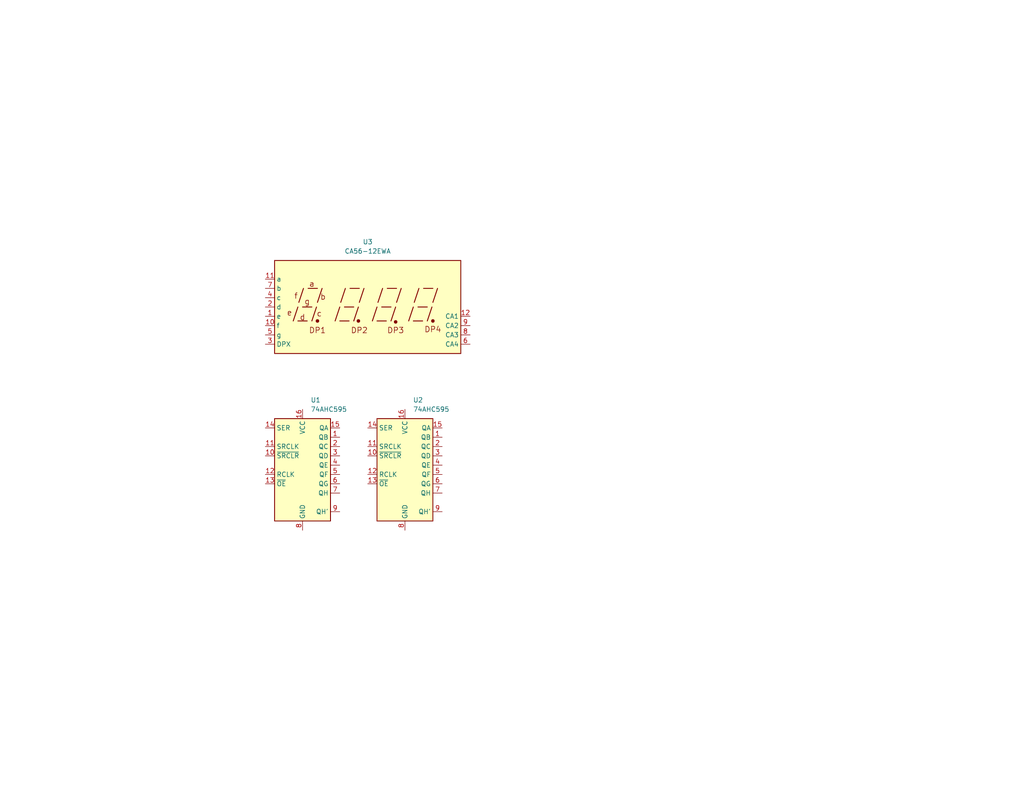
<source format=kicad_sch>
(kicad_sch (version 20231120) (generator "eeschema") (generator_version "8.0")
  (paper "USLetter")
  (title_block (title "Outside Display") (date "2025-02-01") (rev "A"))
  (lib_symbols
    (symbol "74xx:74AHC595"
      (property "Reference" "U" (at -7.62 13.97 0))
      (property "Value" "74AHC595" (at -7.62 -16.51 0))
      (symbol "74AHC595_1_0"
        (pin tri_state line (at 10.16 7.62 180) (length 2.54) (name "QB") (number "1"))
        (pin input line (at -10.16 2.54 0) (length 2.54) (name "~{SRCLR}") (number "10"))
        (pin input line (at -10.16 5.08 0) (length 2.54) (name "SRCLK") (number "11"))
        (pin input line (at -10.16 -2.54 0) (length 2.54) (name "RCLK") (number "12"))
        (pin input line (at -10.16 -5.08 0) (length 2.54) (name "~{OE}") (number "13"))
        (pin input line (at -10.16 10.16 0) (length 2.54) (name "SER") (number "14"))
        (pin tri_state line (at 10.16 10.16 180) (length 2.54) (name "QA") (number "15"))
        (pin power_in line (at 0 15.24 270) (length 2.54) (name "VCC") (number "16"))
        (pin tri_state line (at 10.16 5.08 180) (length 2.54) (name "QC") (number "2"))
        (pin tri_state line (at 10.16 2.54 180) (length 2.54) (name "QD") (number "3"))
        (pin tri_state line (at 10.16 0 180) (length 2.54) (name "QE") (number "4"))
        (pin tri_state line (at 10.16 -2.54 180) (length 2.54) (name "QF") (number "5"))
        (pin tri_state line (at 10.16 -5.08 180) (length 2.54) (name "QG") (number "6"))
        (pin tri_state line (at 10.16 -7.62 180) (length 2.54) (name "QH") (number "7"))
        (pin power_in line (at 0 -17.78 90) (length 2.54) (name "GND") (number "8"))
        (pin output line (at 10.16 -12.7 180) (length 2.54) (name "QH'") (number "9"))
      )
      (symbol "74AHC595_1_1"
        (rectangle (start -7.62 12.7) (end 7.62 -15.24) (stroke (width 0.254)) (fill (type background)))
      )
    )
    (symbol "Display_Character:CA56-12EWA"
      (property "Reference" "U" (at -24.13 13.97 0))
      (property "Value" "CA56-12EWA" (at 19.05 13.97 0))
      (symbol "CA56-12EWA_0_0"
        (rectangle (start -25.4 12.7) (end 25.4 -12.7) (stroke (width 0.254)) (fill (type background)))
        (polyline (pts (xy -20.32 -3.81) (xy -19.05 0)) (stroke (width 0.254)))
        (polyline (pts (xy -19.05 -3.81) (xy -16.51 -3.81)) (stroke (width 0.254)))
        (polyline (pts (xy -18.796 1.27) (xy -17.526 5.08)) (stroke (width 0.254)))
        (polyline (pts (xy -17.78 0) (xy -15.24 0)) (stroke (width 0.254)))
        (polyline (pts (xy -16.256 5.08) (xy -13.716 5.08)) (stroke (width 0.254)))
        (polyline (pts (xy -15.24 -3.81) (xy -13.97 0)) (stroke (width 0.254)))
        (polyline (pts (xy -13.716 1.27) (xy -12.446 5.08)) (stroke (width 0.254)))
        (polyline (pts (xy -8.89 -3.81) (xy -7.62 0)) (stroke (width 0.254)))
        (polyline (pts (xy -7.62 -3.81) (xy -5.08 -3.81)) (stroke (width 0.254)))
        (polyline (pts (xy -7.366 1.27) (xy -6.096 5.08)) (stroke (width 0.254)))
        (polyline (pts (xy -6.35 0) (xy -3.81 0)) (stroke (width 0.254)))
        (polyline (pts (xy -4.826 5.08) (xy -2.286 5.08)) (stroke (width 0.254)))
        (polyline (pts (xy -3.81 -3.81) (xy -2.54 0)) (stroke (width 0.254)))
        (polyline (pts (xy -2.286 1.27) (xy -1.016 5.08)) (stroke (width 0.254)))
        (polyline (pts (xy 1.27 -3.81) (xy 2.54 0)) (stroke (width 0.254)))
        (polyline (pts (xy 2.54 -3.81) (xy 5.08 -3.81)) (stroke (width 0.254)))
        (polyline (pts (xy 2.794 1.27) (xy 4.064 5.08)) (stroke (width 0.254)))
        (polyline (pts (xy 3.81 0) (xy 6.35 0)) (stroke (width 0.254)))
        (polyline (pts (xy 5.334 5.08) (xy 7.874 5.08)) (stroke (width 0.254)))
        (polyline (pts (xy 6.35 -3.81) (xy 7.62 0)) (stroke (width 0.254)))
        (polyline (pts (xy 7.874 1.27) (xy 9.144 5.08)) (stroke (width 0.254)))
        (polyline (pts (xy 11.176 -3.81) (xy 12.446 0)) (stroke (width 0.254)))
        (polyline (pts (xy 12.446 -3.81) (xy 14.986 -3.81)) (stroke (width 0.254)))
        (polyline (pts (xy 12.7 1.27) (xy 13.97 5.08)) (stroke (width 0.254)))
        (polyline (pts (xy 13.716 0) (xy 16.256 0)) (stroke (width 0.254)))
        (polyline (pts (xy 15.24 5.08) (xy 17.78 5.08)) (stroke (width 0.254)))
        (polyline (pts (xy 16.256 -3.81) (xy 17.526 0)) (stroke (width 0.254)))
        (polyline (pts (xy 17.78 1.27) (xy 19.05 5.08)) (stroke (width 0.254)))
        (text "a" (at -15.24 6.35 0) (effects (font (size 1.524 1.524))))
        (text "b" (at -12.192 2.794 0) (effects (font (size 1.524 1.524))))
        (text "c" (at -13.208 -1.778 0) (effects (font (size 1.524 1.524))))
        (text "d" (at -17.78 -2.794 0) (effects (font (size 1.524 1.524))))
        (text "DP1" (at -13.716 -6.35 0) (effects (font (size 1.524 1.524))))
        (text "DP2" (at -2.286 -6.35 0) (effects (font (size 1.524 1.524))))
        (text "DP3" (at 7.62 -6.35 0) (effects (font (size 1.524 1.524))))
        (text "DP4" (at 17.78 -6.096 0) (effects (font (size 1.524 1.524))))
        (text "e" (at -21.336 -1.524 0) (effects (font (size 1.524 1.524))))
        (text "f" (at -19.558 3.048 0) (effects (font (size 1.524 1.524))))
        (text "g" (at -16.51 1.524 0) (effects (font (size 1.524 1.524))))
      )
      (symbol "CA56-12EWA_0_1"
        (circle (center -13.716 -3.81) (radius 0.3556) (stroke (width 0.254)) (fill (type outline)))
        (circle (center -2.54 -3.81) (radius 0.3556) (stroke (width 0.254)) (fill (type outline)))
      )
      (symbol "CA56-12EWA_1_0"
        (circle (center 7.62 -4.064) (radius 0.3556) (stroke (width 0.254)) (fill (type outline)))
        (circle (center 17.78 -3.81) (radius 0.3556) (stroke (width 0.254)) (fill (type outline)))
      )
      (symbol "CA56-12EWA_1_1"
        (pin input line (at -27.94 -2.54 0) (length 2.54) (name "e") (number "1"))
        (pin input line (at -27.94 -5.08 0) (length 2.54) (name "f") (number "10"))
        (pin input line (at -27.94 7.62 0) (length 2.54) (name "a") (number "11"))
        (pin input line (at 27.94 -2.54 180) (length 2.54) (name "CA1") (number "12"))
        (pin input line (at -27.94 0 0) (length 2.54) (name "d") (number "2"))
        (pin input line (at -27.94 -10.16 0) (length 2.54) (name "DPX") (number "3"))
        (pin input line (at -27.94 2.54 0) (length 2.54) (name "c") (number "4"))
        (pin input line (at -27.94 -7.62 0) (length 2.54) (name "g") (number "5"))
        (pin input line (at 27.94 -10.16 180) (length 2.54) (name "CA4") (number "6"))
        (pin input line (at -27.94 5.08 0) (length 2.54) (name "b") (number "7"))
        (pin input line (at 27.94 -7.62 180) (length 2.54) (name "CA3") (number "8"))
        (pin input line (at 27.94 -5.08 180) (length 2.54) (name "CA2") (number "9"))
      )
    )
  )
  (symbol (lib_id "74xx:74AHC595") (at 82.55 127 0) (unit 1)
    (property "Reference" "U1" (at 84.7441 109.22 0) (effects (justify left)))
    (property "Value" "74AHC595" (at 84.7441 111.76 0) (effects (justify left)))
    (property "Datasheet" "https://assets.nexperia.com/documents/data-sheet/74AHC_AHCT595.pdf" (effects (hide yes)))
    (property "Description" "8-bit serial in/out Shift Register 3-State Outputs" (effects (hide yes)))
  )
  (symbol (lib_id "74xx:74AHC595") (at 110.49 127 0) (unit 1)
    (property "Reference" "U2" (at 112.6841 109.22 0) (effects (justify left)))
    (property "Value" "74AHC595" (at 112.6841 111.76 0) (effects (justify left)))
    (property "Datasheet" "https://assets.nexperia.com/documents/data-sheet/74AHC_AHCT595.pdf" (effects (hide yes)))
    (property "Description" "8-bit serial in/out Shift Register 3-State Outputs" (effects (hide yes)))
  )
  (symbol (lib_id "Display_Character:CA56-12EWA") (at 100.33 83.82 0) (unit 1)
    (property "Reference" "U3" (at 100.33 66.04 0))
    (property "Value" "CA56-12EWA" (at 100.33 68.58 0))
    (property "Footprint" "Display_7Segment:CA56-12EWA" (effects (hide yes)))
    (property "Datasheet" "http://www.kingbrightusa.com/images/catalog/SPEC/CA56-12EWA.pdf" (effects (hide yes)))
    (property "Description" "4 digit 7 segment high efficiency red LED, common anode" (effects (hide yes)))
  )
)
</source>
